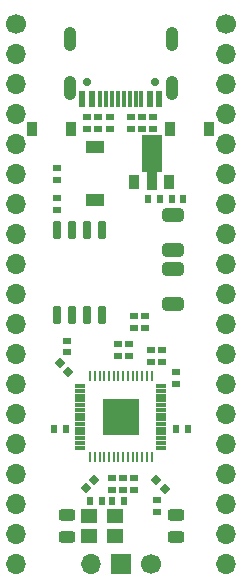
<source format=gts>
G04 #@! TF.GenerationSoftware,KiCad,Pcbnew,(6.0.4)*
G04 #@! TF.CreationDate,2022-05-17T22:22:27-06:00*
G04 #@! TF.ProjectId,RP2040 Dev Board,52503230-3430-4204-9465-7620426f6172,4*
G04 #@! TF.SameCoordinates,Original*
G04 #@! TF.FileFunction,Soldermask,Top*
G04 #@! TF.FilePolarity,Negative*
%FSLAX46Y46*%
G04 Gerber Fmt 4.6, Leading zero omitted, Abs format (unit mm)*
G04 Created by KiCad (PCBNEW (6.0.4)) date 2022-05-17 22:22:27*
%MOMM*%
%LPD*%
G01*
G04 APERTURE LIST*
G04 Aperture macros list*
%AMRoundRect*
0 Rectangle with rounded corners*
0 $1 Rounding radius*
0 $2 $3 $4 $5 $6 $7 $8 $9 X,Y pos of 4 corners*
0 Add a 4 corners polygon primitive as box body*
4,1,4,$2,$3,$4,$5,$6,$7,$8,$9,$2,$3,0*
0 Add four circle primitives for the rounded corners*
1,1,$1+$1,$2,$3*
1,1,$1+$1,$4,$5*
1,1,$1+$1,$6,$7*
1,1,$1+$1,$8,$9*
0 Add four rect primitives between the rounded corners*
20,1,$1+$1,$2,$3,$4,$5,0*
20,1,$1+$1,$4,$5,$6,$7,0*
20,1,$1+$1,$6,$7,$8,$9,0*
20,1,$1+$1,$8,$9,$2,$3,0*%
%AMRotRect*
0 Rectangle, with rotation*
0 The origin of the aperture is its center*
0 $1 length*
0 $2 width*
0 $3 Rotation angle, in degrees counterclockwise*
0 Add horizontal line*
21,1,$1,$2,0,0,$3*%
%AMFreePoly0*
4,1,9,3.862500,-0.866500,0.737500,-0.866500,0.737500,-0.450000,-0.737500,-0.450000,-0.737500,0.450000,0.737500,0.450000,0.737500,0.866500,3.862500,0.866500,3.862500,-0.866500,3.862500,-0.866500,$1*%
G04 Aperture macros list end*
%ADD10R,0.600000X0.700000*%
%ADD11R,0.700000X0.600000*%
%ADD12R,0.900000X1.200000*%
%ADD13RoundRect,0.243750X0.456250X-0.243750X0.456250X0.243750X-0.456250X0.243750X-0.456250X-0.243750X0*%
%ADD14R,0.900000X1.300000*%
%ADD15FreePoly0,90.000000*%
%ADD16RotRect,0.700000X0.600000X225.000000*%
%ADD17RoundRect,0.150000X0.150000X-0.650000X0.150000X0.650000X-0.150000X0.650000X-0.150000X-0.650000X0*%
%ADD18RoundRect,0.250000X0.650000X-0.325000X0.650000X0.325000X-0.650000X0.325000X-0.650000X-0.325000X0*%
%ADD19C,0.700000*%
%ADD20R,0.600000X1.450000*%
%ADD21R,0.300000X1.450000*%
%ADD22O,1.050000X2.100000*%
%ADD23RoundRect,0.006000X-0.414000X-0.094000X0.414000X-0.094000X0.414000X0.094000X-0.414000X0.094000X0*%
%ADD24RoundRect,0.020000X-0.080000X-0.400000X0.080000X-0.400000X0.080000X0.400000X-0.080000X0.400000X0*%
%ADD25R,3.100000X3.100000*%
%ADD26C,1.700000*%
%ADD27R,1.700000X1.700000*%
%ADD28O,1.700000X1.700000*%
%ADD29R,1.400000X1.200000*%
%ADD30R,1.600000X1.050000*%
%ADD31RotRect,0.700000X0.600000X315.000000*%
%ADD32RoundRect,0.250000X-0.650000X0.325000X-0.650000X-0.325000X0.650000X-0.325000X0.650000X0.325000X0*%
%ADD33RotRect,0.700000X0.600000X45.000000*%
G04 APERTURE END LIST*
D10*
X151560000Y-62300000D03*
X152560000Y-62300000D03*
X142250000Y-62310000D03*
X141250000Y-62310000D03*
X146170000Y-68410000D03*
X147170000Y-68410000D03*
D11*
X150380000Y-56650000D03*
X150380000Y-55650000D03*
D12*
X151070000Y-36930000D03*
X154370000Y-36930000D03*
D11*
X147110000Y-66510000D03*
X147110000Y-67510000D03*
D10*
X150210000Y-42810000D03*
X149210000Y-42810000D03*
X145320000Y-68410000D03*
X144320000Y-68410000D03*
D11*
X146640000Y-56150000D03*
X146640000Y-55150000D03*
X149430000Y-56650000D03*
X149430000Y-55650000D03*
D13*
X151550000Y-71457500D03*
X151550000Y-69582500D03*
D14*
X148010000Y-41450000D03*
D15*
X149510000Y-41362500D03*
D14*
X151010000Y-41450000D03*
D16*
X149916447Y-66656447D03*
X150623553Y-67363553D03*
D17*
X141505000Y-52700000D03*
X142775000Y-52700000D03*
X144045000Y-52700000D03*
X145315000Y-52700000D03*
X145315000Y-45500000D03*
X144045000Y-45500000D03*
X142775000Y-45500000D03*
X141505000Y-45500000D03*
D18*
X151340000Y-51755000D03*
X151340000Y-48805000D03*
D19*
X149800000Y-32950000D03*
X144020000Y-32950000D03*
D20*
X150160000Y-34395000D03*
X149360000Y-34395000D03*
D21*
X148160000Y-34395000D03*
X147160000Y-34395000D03*
X146660000Y-34395000D03*
X145660000Y-34395000D03*
D20*
X143660000Y-34395000D03*
X144460000Y-34395000D03*
D21*
X145160000Y-34395000D03*
X146160000Y-34395000D03*
X147660000Y-34395000D03*
X148660000Y-34395000D03*
D22*
X151230000Y-33480000D03*
X142590000Y-33480000D03*
X151230000Y-29300000D03*
X142590000Y-29300000D03*
D11*
X144060000Y-36920000D03*
X144060000Y-35920000D03*
D23*
X143475000Y-58700000D03*
X143475000Y-59100000D03*
X143475000Y-59500000D03*
X143475000Y-59900000D03*
X143475000Y-60300000D03*
X143475000Y-60700000D03*
X143475000Y-61100000D03*
X143475000Y-61500000D03*
X143475000Y-61900000D03*
X143475000Y-62300000D03*
X143475000Y-62700000D03*
X143475000Y-63100000D03*
X143475000Y-63500000D03*
X143475000Y-63900000D03*
D24*
X144310000Y-64735000D03*
X144710000Y-64735000D03*
X145110000Y-64735000D03*
X145510000Y-64735000D03*
X145910000Y-64735000D03*
X146310000Y-64735000D03*
X146710000Y-64735000D03*
X147110000Y-64735000D03*
X147510000Y-64735000D03*
X147910000Y-64735000D03*
X148310000Y-64735000D03*
X148710000Y-64735000D03*
X149110000Y-64735000D03*
X149510000Y-64735000D03*
D23*
X150345000Y-63900000D03*
X150345000Y-63500000D03*
X150345000Y-63100000D03*
X150345000Y-62700000D03*
X150345000Y-62300000D03*
X150345000Y-61900000D03*
X150345000Y-61500000D03*
X150345000Y-61100000D03*
X150345000Y-60700000D03*
X150345000Y-60300000D03*
X150345000Y-59900000D03*
X150345000Y-59500000D03*
X150345000Y-59100000D03*
X150345000Y-58700000D03*
D24*
X149510000Y-57865000D03*
X149110000Y-57865000D03*
X148710000Y-57865000D03*
X148310000Y-57865000D03*
X147910000Y-57865000D03*
X147510000Y-57865000D03*
X147110000Y-57865000D03*
X146710000Y-57865000D03*
X146310000Y-57865000D03*
X145910000Y-57865000D03*
X145510000Y-57865000D03*
X145110000Y-57865000D03*
X144710000Y-57865000D03*
X144310000Y-57865000D03*
D25*
X146910000Y-61300000D03*
D11*
X151620000Y-58500000D03*
X151620000Y-57500000D03*
D13*
X142320000Y-71457500D03*
X142320000Y-69582500D03*
D26*
X149450000Y-73750000D03*
D27*
X146910000Y-73750000D03*
D28*
X144370000Y-73750000D03*
D29*
X144220000Y-71370000D03*
X146420000Y-71370000D03*
X146420000Y-69670000D03*
X144220000Y-69670000D03*
D11*
X148710000Y-36920000D03*
X148710000Y-35920000D03*
X142350000Y-54840000D03*
X142350000Y-55840000D03*
D30*
X144760000Y-38475000D03*
X144760000Y-42925000D03*
D11*
X147590000Y-56150000D03*
X147590000Y-55150000D03*
D12*
X142670000Y-36920000D03*
X139370000Y-36920000D03*
D11*
X148050000Y-53740000D03*
X148050000Y-52740000D03*
X145005000Y-35920000D03*
X145005000Y-36920000D03*
D31*
X143946447Y-67323553D03*
X144653553Y-66616447D03*
D11*
X141550000Y-40200000D03*
X141550000Y-41200000D03*
D32*
X151340000Y-44215000D03*
X151340000Y-47165000D03*
D10*
X151210000Y-42810000D03*
X152210000Y-42810000D03*
D33*
X142453553Y-57473553D03*
X141746447Y-56766447D03*
D11*
X147760000Y-36920000D03*
X147760000Y-35920000D03*
X149000000Y-53740000D03*
X149000000Y-52740000D03*
X149995000Y-68355000D03*
X149995000Y-69355000D03*
X146160000Y-67510000D03*
X146160000Y-66510000D03*
X148060000Y-66510000D03*
X148060000Y-67510000D03*
X141550000Y-43760000D03*
X141550000Y-42760000D03*
X145960000Y-36920000D03*
X145960000Y-35920000D03*
X149660000Y-36920000D03*
X149660000Y-35920000D03*
D26*
X155800000Y-28030000D03*
D28*
X155800000Y-30570000D03*
X155800000Y-33110000D03*
X155800000Y-35650000D03*
X155800000Y-38190000D03*
X155800000Y-40730000D03*
X155800000Y-43270000D03*
X155800000Y-45810000D03*
X155800000Y-48350000D03*
X155800000Y-50890000D03*
X155800000Y-53430000D03*
X155800000Y-55970000D03*
X155800000Y-58510000D03*
X155800000Y-61050000D03*
X155800000Y-63590000D03*
X155800000Y-66130000D03*
X155800000Y-68670000D03*
X155800000Y-71210000D03*
X155800000Y-73750000D03*
D26*
X138020000Y-28030000D03*
D28*
X138020000Y-30570000D03*
X138020000Y-33110000D03*
X138020000Y-35650000D03*
X138020000Y-38190000D03*
X138020000Y-40730000D03*
X138020000Y-43270000D03*
X138020000Y-45810000D03*
X138020000Y-48350000D03*
X138020000Y-50890000D03*
X138020000Y-53430000D03*
X138020000Y-55970000D03*
X138020000Y-58510000D03*
X138020000Y-61050000D03*
X138020000Y-63590000D03*
X138020000Y-66130000D03*
X138020000Y-68670000D03*
X138020000Y-71210000D03*
X138020000Y-73750000D03*
M02*

</source>
